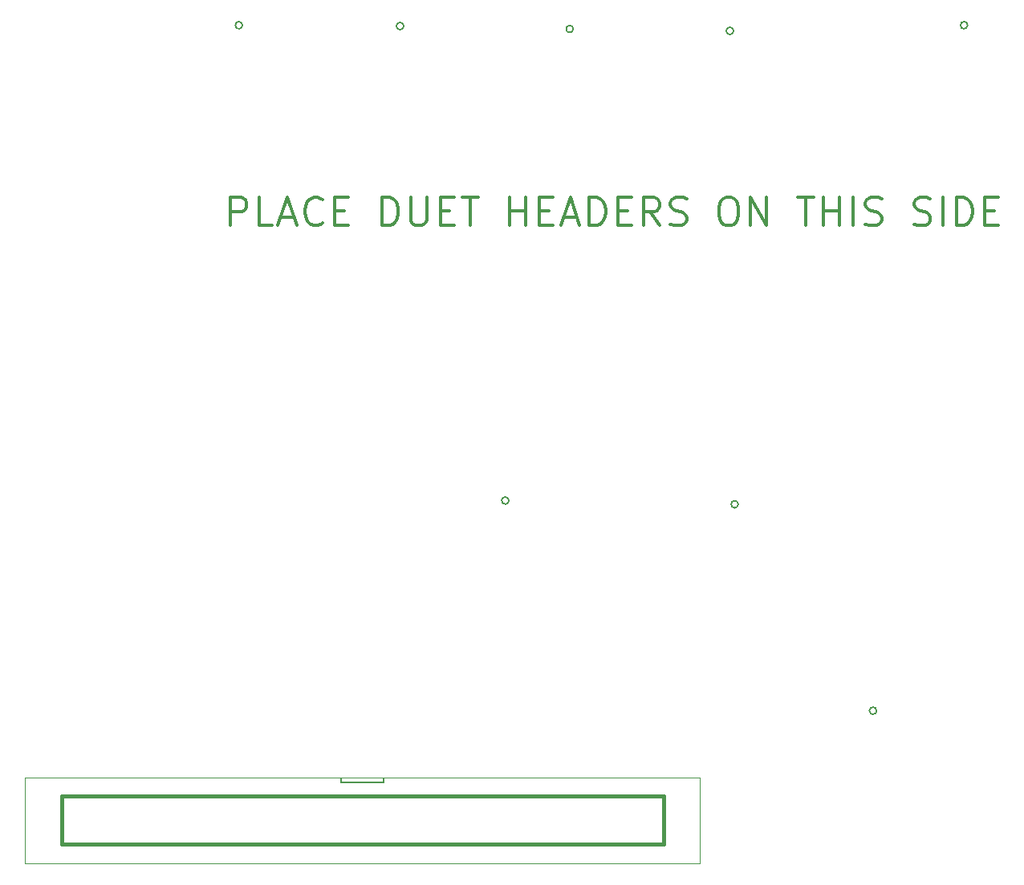
<source format=gbr>
%TF.GenerationSoftware,KiCad,Pcbnew,(5.1.6)-1*%
%TF.CreationDate,2021-03-29T16:14:19-07:00*%
%TF.ProjectId,expansion,65787061-6e73-4696-9f6e-2e6b69636164,1.03*%
%TF.SameCoordinates,Original*%
%TF.FileFunction,Legend,Top*%
%TF.FilePolarity,Positive*%
%FSLAX46Y46*%
G04 Gerber Fmt 4.6, Leading zero omitted, Abs format (unit mm)*
G04 Created by KiCad (PCBNEW (5.1.6)-1) date 2021-03-29 16:14:19*
%MOMM*%
%LPD*%
G01*
G04 APERTURE LIST*
%ADD10C,0.300000*%
%ADD11C,0.381000*%
%ADD12C,0.100000*%
%ADD13C,0.200000*%
%ADD14C,0.120000*%
%ADD15C,0.152400*%
G04 APERTURE END LIST*
D10*
X58071428Y-60557142D02*
X58071428Y-57557142D01*
X59214285Y-57557142D01*
X59499999Y-57700000D01*
X59642857Y-57842857D01*
X59785714Y-58128571D01*
X59785714Y-58557142D01*
X59642857Y-58842857D01*
X59499999Y-58985714D01*
X59214285Y-59128571D01*
X58071428Y-59128571D01*
X62499999Y-60557142D02*
X61071428Y-60557142D01*
X61071428Y-57557142D01*
X63357142Y-59700000D02*
X64785714Y-59700000D01*
X63071428Y-60557142D02*
X64071428Y-57557142D01*
X65071428Y-60557142D01*
X67785714Y-60271428D02*
X67642857Y-60414285D01*
X67214285Y-60557142D01*
X66928571Y-60557142D01*
X66499999Y-60414285D01*
X66214285Y-60128571D01*
X66071428Y-59842857D01*
X65928571Y-59271428D01*
X65928571Y-58842857D01*
X66071428Y-58271428D01*
X66214285Y-57985714D01*
X66499999Y-57700000D01*
X66928571Y-57557142D01*
X67214285Y-57557142D01*
X67642857Y-57700000D01*
X67785714Y-57842857D01*
X69071428Y-58985714D02*
X70071428Y-58985714D01*
X70500000Y-60557142D02*
X69071428Y-60557142D01*
X69071428Y-57557142D01*
X70500000Y-57557142D01*
X74071428Y-60557142D02*
X74071428Y-57557142D01*
X74785714Y-57557142D01*
X75214285Y-57700000D01*
X75500000Y-57985714D01*
X75642857Y-58271428D01*
X75785714Y-58842857D01*
X75785714Y-59271428D01*
X75642857Y-59842857D01*
X75500000Y-60128571D01*
X75214285Y-60414285D01*
X74785714Y-60557142D01*
X74071428Y-60557142D01*
X77071428Y-57557142D02*
X77071428Y-59985714D01*
X77214285Y-60271428D01*
X77357142Y-60414285D01*
X77642857Y-60557142D01*
X78214285Y-60557142D01*
X78500000Y-60414285D01*
X78642857Y-60271428D01*
X78785714Y-59985714D01*
X78785714Y-57557142D01*
X80214285Y-58985714D02*
X81214285Y-58985714D01*
X81642857Y-60557142D02*
X80214285Y-60557142D01*
X80214285Y-57557142D01*
X81642857Y-57557142D01*
X82500000Y-57557142D02*
X84214285Y-57557142D01*
X83357142Y-60557142D02*
X83357142Y-57557142D01*
X87499999Y-60557142D02*
X87499999Y-57557142D01*
X87499999Y-58985714D02*
X89214285Y-58985714D01*
X89214285Y-60557142D02*
X89214285Y-57557142D01*
X90642857Y-58985714D02*
X91642857Y-58985714D01*
X92071428Y-60557142D02*
X90642857Y-60557142D01*
X90642857Y-57557142D01*
X92071428Y-57557142D01*
X93214285Y-59700000D02*
X94642857Y-59700000D01*
X92928571Y-60557142D02*
X93928571Y-57557142D01*
X94928571Y-60557142D01*
X95928571Y-60557142D02*
X95928571Y-57557142D01*
X96642857Y-57557142D01*
X97071428Y-57700000D01*
X97357142Y-57985714D01*
X97500000Y-58271428D01*
X97642857Y-58842857D01*
X97642857Y-59271428D01*
X97500000Y-59842857D01*
X97357142Y-60128571D01*
X97071428Y-60414285D01*
X96642857Y-60557142D01*
X95928571Y-60557142D01*
X98928571Y-58985714D02*
X99928571Y-58985714D01*
X100357142Y-60557142D02*
X98928571Y-60557142D01*
X98928571Y-57557142D01*
X100357142Y-57557142D01*
X103357142Y-60557142D02*
X102357142Y-59128571D01*
X101642857Y-60557142D02*
X101642857Y-57557142D01*
X102785714Y-57557142D01*
X103071428Y-57700000D01*
X103214285Y-57842857D01*
X103357142Y-58128571D01*
X103357142Y-58557142D01*
X103214285Y-58842857D01*
X103071428Y-58985714D01*
X102785714Y-59128571D01*
X101642857Y-59128571D01*
X104500000Y-60414285D02*
X104928571Y-60557142D01*
X105642857Y-60557142D01*
X105928571Y-60414285D01*
X106071428Y-60271428D01*
X106214285Y-59985714D01*
X106214285Y-59700000D01*
X106071428Y-59414285D01*
X105928571Y-59271428D01*
X105642857Y-59128571D01*
X105071428Y-58985714D01*
X104785714Y-58842857D01*
X104642857Y-58700000D01*
X104500000Y-58414285D01*
X104500000Y-58128571D01*
X104642857Y-57842857D01*
X104785714Y-57700000D01*
X105071428Y-57557142D01*
X105785714Y-57557142D01*
X106214285Y-57700000D01*
X110357142Y-57557142D02*
X110928571Y-57557142D01*
X111214285Y-57700000D01*
X111500000Y-57985714D01*
X111642857Y-58557142D01*
X111642857Y-59557142D01*
X111500000Y-60128571D01*
X111214285Y-60414285D01*
X110928571Y-60557142D01*
X110357142Y-60557142D01*
X110071428Y-60414285D01*
X109785714Y-60128571D01*
X109642857Y-59557142D01*
X109642857Y-58557142D01*
X109785714Y-57985714D01*
X110071428Y-57700000D01*
X110357142Y-57557142D01*
X112928571Y-60557142D02*
X112928571Y-57557142D01*
X114642857Y-60557142D01*
X114642857Y-57557142D01*
X117928571Y-57557142D02*
X119642857Y-57557142D01*
X118785714Y-60557142D02*
X118785714Y-57557142D01*
X120642857Y-60557142D02*
X120642857Y-57557142D01*
X120642857Y-58985714D02*
X122357142Y-58985714D01*
X122357142Y-60557142D02*
X122357142Y-57557142D01*
X123785714Y-60557142D02*
X123785714Y-57557142D01*
X125071428Y-60414285D02*
X125499999Y-60557142D01*
X126214285Y-60557142D01*
X126499999Y-60414285D01*
X126642857Y-60271428D01*
X126785714Y-59985714D01*
X126785714Y-59700000D01*
X126642857Y-59414285D01*
X126499999Y-59271428D01*
X126214285Y-59128571D01*
X125642857Y-58985714D01*
X125357142Y-58842857D01*
X125214285Y-58700000D01*
X125071428Y-58414285D01*
X125071428Y-58128571D01*
X125214285Y-57842857D01*
X125357142Y-57700000D01*
X125642857Y-57557142D01*
X126357142Y-57557142D01*
X126785714Y-57700000D01*
X130214285Y-60414285D02*
X130642857Y-60557142D01*
X131357142Y-60557142D01*
X131642857Y-60414285D01*
X131785714Y-60271428D01*
X131928571Y-59985714D01*
X131928571Y-59700000D01*
X131785714Y-59414285D01*
X131642857Y-59271428D01*
X131357142Y-59128571D01*
X130785714Y-58985714D01*
X130499999Y-58842857D01*
X130357142Y-58700000D01*
X130214285Y-58414285D01*
X130214285Y-58128571D01*
X130357142Y-57842857D01*
X130499999Y-57700000D01*
X130785714Y-57557142D01*
X131499999Y-57557142D01*
X131928571Y-57700000D01*
X133214285Y-60557142D02*
X133214285Y-57557142D01*
X134642857Y-60557142D02*
X134642857Y-57557142D01*
X135357142Y-57557142D01*
X135785714Y-57700000D01*
X136071428Y-57985714D01*
X136214285Y-58271428D01*
X136357142Y-58842857D01*
X136357142Y-59271428D01*
X136214285Y-59842857D01*
X136071428Y-60128571D01*
X135785714Y-60414285D01*
X135357142Y-60557142D01*
X134642857Y-60557142D01*
X137642857Y-58985714D02*
X138642857Y-58985714D01*
X139071428Y-60557142D02*
X137642857Y-60557142D01*
X137642857Y-57557142D01*
X139071428Y-57557142D01*
D11*
%TO.C,J1*%
X103754800Y-120845000D02*
X40254800Y-120845000D01*
X103754800Y-125925000D02*
X103754800Y-120845000D01*
X40254800Y-125925000D02*
X103754800Y-125925000D01*
X40254800Y-120845000D02*
X40254800Y-125925000D01*
D12*
X107604800Y-127935000D02*
X36404800Y-127935000D01*
X107604800Y-127935000D02*
X107604800Y-118835000D01*
X36404800Y-127935000D02*
X107604800Y-127935000D01*
X36404800Y-118835000D02*
X36404800Y-127935000D01*
D13*
X69754800Y-119385000D02*
X74254800Y-119385000D01*
X69754800Y-119385000D02*
X69754800Y-118885000D01*
X74254800Y-119385000D02*
X74254800Y-118885000D01*
D14*
X36394000Y-118863800D02*
X107615600Y-118863800D01*
D15*
%TO.C,J36*%
X135846801Y-39400000D02*
G75*
G03*
X135846801Y-39400000I-381000J0D01*
G01*
%TO.C,J37*%
X111146801Y-40000000D02*
G75*
G03*
X111146801Y-40000000I-381000J0D01*
G01*
%TO.C,J39*%
X59346801Y-39400000D02*
G75*
G03*
X59346801Y-39400000I-381000J0D01*
G01*
%TO.C,J40*%
X94246801Y-39799999D02*
G75*
G03*
X94246801Y-39799999I-381000J0D01*
G01*
%TO.C,J41*%
X76346801Y-39500001D02*
G75*
G03*
X76346801Y-39500001I-381000J0D01*
G01*
%TO.C,J16*%
X126246801Y-111800000D02*
G75*
G03*
X126246801Y-111800000I-381000J0D01*
G01*
%TO.C,J42*%
X87448801Y-89599999D02*
G75*
G03*
X87448801Y-89599999I-381000J0D01*
G01*
%TO.C,J43*%
X111646801Y-89999999D02*
G75*
G03*
X111646801Y-89999999I-381000J0D01*
G01*
%TD*%
M02*

</source>
